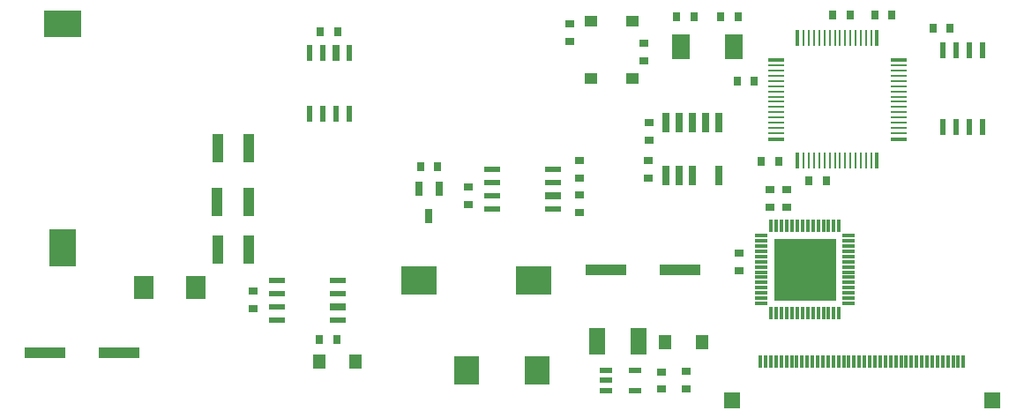
<source format=gtp>
G04 #@! TF.GenerationSoftware,KiCad,Pcbnew,(2017-01-11 revision e99b79cb2)-master*
G04 #@! TF.CreationDate,2017-12-23T08:45:26+02:00*
G04 #@! TF.ProjectId,display,646973706C61792E6B696361645F7063,1*
G04 #@! TF.FileFunction,Paste,Top*
G04 #@! TF.FilePolarity,Positive*
%FSLAX46Y46*%
G04 Gerber Fmt 4.6, Leading zero omitted, Abs format (unit mm)*
G04 Created by KiCad (PCBNEW (2017-01-11 revision e99b79cb2)-master) date Sat Dec 23 08:45:26 2017*
%MOMM*%
%LPD*%
G01*
G04 APERTURE LIST*
%ADD10C,0.100000*%
%ADD11R,0.600000X1.524000*%
%ADD12R,0.635000X1.524000*%
%ADD13R,1.500000X1.500000*%
%ADD14R,0.300000X1.200000*%
%ADD15R,1.524000X0.600000*%
%ADD16R,1.524000X0.635000*%
%ADD17R,5.900000X5.900000*%
%ADD18R,1.200000X0.300000*%
%ADD19R,0.762000X0.939800*%
%ADD20R,0.939800X0.762000*%
%ADD21R,1.498600X0.398780*%
%ADD22R,1.498600X0.279400*%
%ADD23R,0.398780X1.498600*%
%ADD24R,0.279400X1.498600*%
%ADD25R,1.699260X2.397760*%
%ADD26R,3.599180X2.598420*%
%ADD27R,2.598420X3.599180*%
%ADD28R,2.400000X2.700000*%
%ADD29R,1.300000X1.000000*%
%ADD30R,1.900000X2.179320*%
%ADD31R,1.297940X1.399540*%
%ADD32R,0.700000X1.350000*%
%ADD33R,3.500000X2.799080*%
%ADD34R,1.200000X0.500000*%
%ADD35R,1.600000X2.600000*%
%ADD36R,3.997960X0.998220*%
%ADD37R,0.635000X1.905000*%
%ADD38R,1.000000X2.800000*%
G04 APERTURE END LIST*
D10*
D11*
X139455000Y-81371000D03*
X138185000Y-81371000D03*
X136915000Y-81371000D03*
X135645000Y-81371000D03*
X135645000Y-75529000D03*
X136915000Y-75529000D03*
D12*
X138150000Y-75529000D03*
D11*
X139455000Y-75529000D03*
D13*
X176151734Y-108900000D03*
X201151734Y-108900000D03*
D14*
X198400000Y-105201426D03*
X197900000Y-105201426D03*
X197400000Y-105201426D03*
X196900000Y-105201426D03*
X196400000Y-105201426D03*
X195900000Y-105201426D03*
X195400000Y-105201426D03*
X194900000Y-105201426D03*
X194400000Y-105201426D03*
X193900000Y-105201426D03*
X193400000Y-105201426D03*
X192900000Y-105201426D03*
X192400000Y-105201426D03*
X191900000Y-105201426D03*
X191400000Y-105201426D03*
X190900000Y-105201426D03*
X190400000Y-105201426D03*
X189900000Y-105201426D03*
X189400000Y-105201426D03*
X188900000Y-105201426D03*
X188400000Y-105201426D03*
X187900000Y-105201426D03*
X187400000Y-105201426D03*
X186900000Y-105201426D03*
X186400000Y-105201426D03*
X185900000Y-105201426D03*
X185400000Y-105201426D03*
X184900000Y-105201426D03*
X184400000Y-105201426D03*
X183900000Y-105201426D03*
X183400000Y-105201426D03*
X182900000Y-105201426D03*
X182400000Y-105201426D03*
X181900000Y-105201426D03*
X181400000Y-105201426D03*
X180900000Y-105201426D03*
X180400000Y-105201426D03*
X179900000Y-105201426D03*
X179400000Y-105201426D03*
X178900000Y-105201426D03*
D15*
X132458000Y-101240000D03*
X132458000Y-99970000D03*
X132458000Y-98700000D03*
X132458000Y-97430000D03*
X138300000Y-97430000D03*
X138300000Y-98700000D03*
D16*
X138300000Y-99935000D03*
D15*
X138300000Y-101240000D03*
D17*
X183200000Y-96350000D03*
D14*
X186450000Y-92150000D03*
X185950000Y-92150000D03*
X185450000Y-92150000D03*
X184950000Y-92150000D03*
X184450000Y-92150000D03*
X183950000Y-92150000D03*
X183450000Y-92150000D03*
X182950000Y-92150000D03*
X182450000Y-92150000D03*
X181950000Y-92150000D03*
X181450000Y-92150000D03*
X180950000Y-92150000D03*
X180450000Y-92150000D03*
X179950000Y-92150000D03*
D18*
X179000000Y-93100000D03*
X179000000Y-93600000D03*
X179000000Y-94100000D03*
X179000000Y-94600000D03*
X179000000Y-95100000D03*
X179000000Y-95600000D03*
X179000000Y-96100000D03*
X179000000Y-96600000D03*
X179000000Y-97100000D03*
X179000000Y-97600000D03*
X179000000Y-98100000D03*
X179000000Y-98600000D03*
X179000000Y-99100000D03*
X179000000Y-99600000D03*
D14*
X179950000Y-100550000D03*
X180450000Y-100550000D03*
X180950000Y-100550000D03*
X181450000Y-100550000D03*
X181950000Y-100550000D03*
X182450000Y-100550000D03*
X182950000Y-100550000D03*
X183450000Y-100550000D03*
X183950000Y-100550000D03*
X184450000Y-100550000D03*
X184950000Y-100550000D03*
X185450000Y-100550000D03*
X185950000Y-100550000D03*
X186450000Y-100550000D03*
D18*
X187400000Y-99600000D03*
X187400000Y-99100000D03*
X187400000Y-98600000D03*
X187400000Y-98100000D03*
X187400000Y-97600000D03*
X187400000Y-97100000D03*
X187400000Y-96600000D03*
X187400000Y-96100000D03*
X187400000Y-95600000D03*
X187400000Y-95100000D03*
X187400000Y-94600000D03*
X187400000Y-94100000D03*
X187400000Y-93600000D03*
X187400000Y-93100000D03*
D19*
X136661800Y-73500000D03*
X138338200Y-73500000D03*
D20*
X176900000Y-94761800D03*
X176900000Y-96438200D03*
X181400000Y-90338200D03*
X181400000Y-88661800D03*
D19*
X180638200Y-86000000D03*
X178961800Y-86000000D03*
X185823600Y-71900000D03*
X187500000Y-71900000D03*
X185238200Y-87850000D03*
X183561800Y-87850000D03*
X189861800Y-71900000D03*
X191538200Y-71900000D03*
X176661800Y-78300000D03*
X178338200Y-78300000D03*
D20*
X179800000Y-88661800D03*
X179800000Y-90338200D03*
X171800000Y-106111800D03*
X171800000Y-107788200D03*
D21*
X192197880Y-83810000D03*
D22*
X192197880Y-83248660D03*
X192197880Y-82748280D03*
X192197880Y-82247900D03*
X192197880Y-81747520D03*
X192197880Y-81249680D03*
X192197880Y-80749300D03*
X192197880Y-80248920D03*
X192197880Y-79751080D03*
X192197880Y-79250700D03*
X192197880Y-78750320D03*
X192197880Y-78252480D03*
X192197880Y-77752100D03*
X192197880Y-77251720D03*
X192197880Y-76751340D03*
D21*
X192197880Y-76190000D03*
D23*
X190110000Y-74102120D03*
D24*
X189548660Y-74102120D03*
X189048280Y-74102120D03*
X188547900Y-74102120D03*
X188047520Y-74102120D03*
X187549680Y-74102120D03*
X187049300Y-74102120D03*
X186548920Y-74102120D03*
X186051080Y-74102120D03*
X185550700Y-74102120D03*
X185050320Y-74102120D03*
X184552480Y-74102120D03*
X184052100Y-74102120D03*
X183551720Y-74102120D03*
X183051340Y-74102120D03*
D23*
X182490000Y-74102120D03*
D21*
X180402120Y-76190000D03*
D22*
X180402120Y-76751340D03*
X180402120Y-77251720D03*
X180402120Y-77752100D03*
X180402120Y-78252480D03*
X180402120Y-78750320D03*
X180402120Y-79250700D03*
X180402120Y-79751080D03*
X180402120Y-80248920D03*
X180402120Y-80749300D03*
X180402120Y-81249680D03*
X180402120Y-81747520D03*
X180402120Y-82247900D03*
X180402120Y-82748280D03*
X180402120Y-83248660D03*
D21*
X180402120Y-83810000D03*
D23*
X182490000Y-85897880D03*
D24*
X183051340Y-85897880D03*
X183551720Y-85897880D03*
X184052100Y-85897880D03*
X184552480Y-85897880D03*
X185050320Y-85897880D03*
X185550700Y-85897880D03*
X186051080Y-85897880D03*
X186548920Y-85897880D03*
X187049300Y-85897880D03*
X187549680Y-85897880D03*
X188047520Y-85897880D03*
X188547900Y-85897880D03*
X189048280Y-85897880D03*
X189548660Y-85897880D03*
D23*
X190110000Y-85897880D03*
D19*
X176738200Y-72100000D03*
X175061800Y-72100000D03*
X172538200Y-72100000D03*
X170861800Y-72100000D03*
D25*
X176340000Y-75000000D03*
X171260000Y-75000000D03*
D20*
X168200000Y-83938200D03*
X168200000Y-82261800D03*
X168100000Y-85861800D03*
X168100000Y-87538200D03*
D19*
X197138200Y-73150000D03*
X195461800Y-73150000D03*
D11*
X196396270Y-82670300D03*
X197663730Y-82670300D03*
X198933730Y-82670300D03*
X200203730Y-82670300D03*
X200203730Y-75329700D03*
X198933730Y-75329700D03*
X197663730Y-75329700D03*
X196396270Y-75329700D03*
D20*
X167700000Y-74611800D03*
X167700000Y-76288200D03*
X160600000Y-74438200D03*
X160600000Y-72761800D03*
D26*
X111900000Y-72751440D03*
D27*
X111900000Y-94250000D03*
D28*
X157500000Y-106000000D03*
X150700000Y-106000000D03*
D29*
X166600000Y-77999550D03*
X166600000Y-72500450D03*
X162600000Y-72500450D03*
X162600000Y-77999550D03*
D30*
X119700000Y-98100000D03*
X124700000Y-98100000D03*
D31*
X140065300Y-105200000D03*
X136534700Y-105200000D03*
D32*
X148100000Y-88600000D03*
X146100000Y-88600000D03*
X147100000Y-91200000D03*
D33*
X146100000Y-97400000D03*
X157100000Y-97400000D03*
D20*
X130250000Y-100088200D03*
X130250000Y-98411800D03*
D19*
X138238200Y-103100000D03*
X136561800Y-103100000D03*
X147938200Y-86500000D03*
X146261800Y-86500000D03*
D20*
X169400000Y-106161800D03*
X169400000Y-107838200D03*
D31*
X169784700Y-103300000D03*
X173315300Y-103300000D03*
D34*
X164100000Y-106050000D03*
X164100000Y-107000000D03*
X164100000Y-107950000D03*
X166900000Y-107950000D03*
X166900000Y-106050000D03*
D35*
X163200000Y-103200000D03*
X167200000Y-103200000D03*
D36*
X110251620Y-104300000D03*
X117348380Y-104300000D03*
X164100000Y-96400000D03*
X171196760Y-96400000D03*
D20*
X150900000Y-90138200D03*
X150900000Y-88461800D03*
X161500000Y-89161800D03*
X161500000Y-90838200D03*
X161500000Y-87595979D03*
X161500000Y-85919579D03*
D15*
X153193903Y-90566127D03*
X153193903Y-89296127D03*
X153193903Y-88026127D03*
X153193903Y-86756127D03*
X159035903Y-86756127D03*
X159035903Y-88026127D03*
D16*
X159035903Y-89261127D03*
D15*
X159035903Y-90566127D03*
D37*
X169850000Y-87300000D03*
X169850000Y-82220000D03*
X171120000Y-87300000D03*
X171120000Y-82220000D03*
X172390000Y-87300000D03*
X172390000Y-82220000D03*
X173660000Y-82220000D03*
X174930000Y-87300000D03*
X174930000Y-82220000D03*
D38*
X129750000Y-89850000D03*
X126750000Y-89850000D03*
X126800000Y-84700000D03*
X129800000Y-84700000D03*
X129800000Y-94450000D03*
X126800000Y-94450000D03*
M02*

</source>
